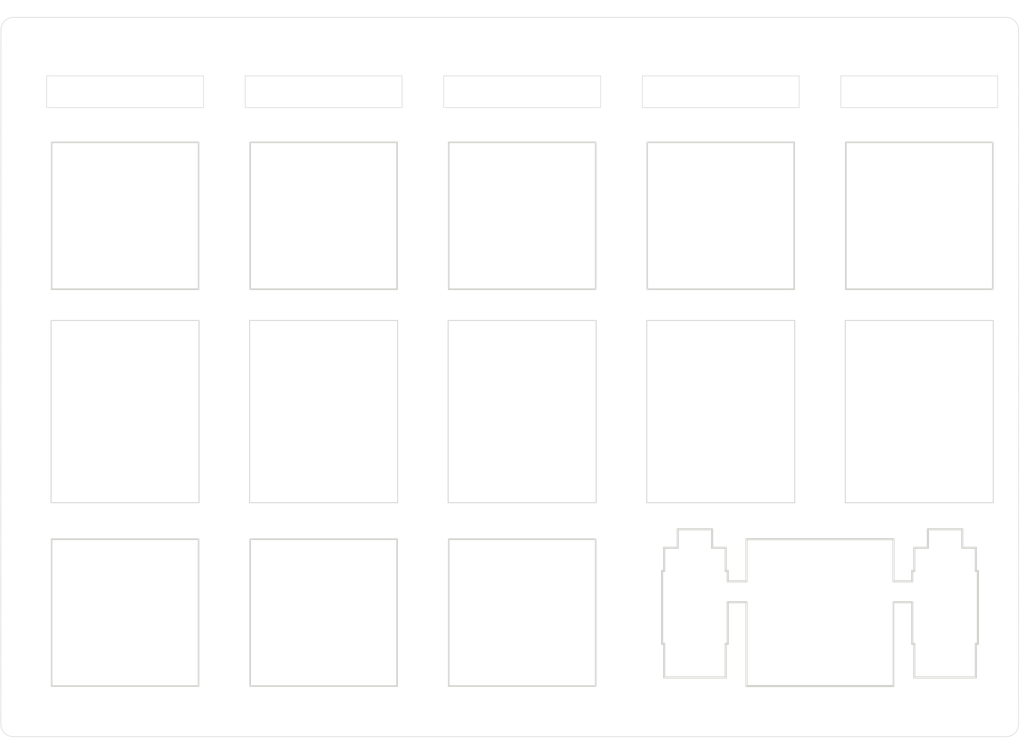
<source format=kicad_pcb>
(kicad_pcb (version 20240108) (generator "pcbnew") (generator_version "8.0")
  (layers (0 "F.Cu" signal) (31 "B.Cu" signal) (34 "B.Paste" user) (35 "F.Paste" user) (36 "B.SilkS" user "B.Silkscreen") (37 "F.SilkS" user "F.Silkscreen") (38 "B.Mask" user) (39 "F.Mask" user) (44 "Edge.Cuts" user))
  (net 0 "")
  (footprint "kbd_Hole:m2_Screw_Hole" (layer "F.Cu") (at 45.24375 47.625)
    (property "Reference" "Ref**")
    (property "Value" "Val**")
    (pad "" np_thru_hole circle (at 0 0) (size 2.2 2.2) (drill 2.2) (layers "*.Cu" "*.Mask"))
  )
  (footprint "BrownSugar_KBD:RotaryEncoder_EC11-Hole" (layer "F.Cu") (at 92.8687 83.3438 180)
    (property "Reference" "REF**")
    (property "Value" "RotaryEncoder_EC11-Hole")
    (fp_line (start 7.1 9) (end -7.1 9) (stroke (width 0.08)) (layer "Edge.Cuts"))
    (fp_line (start 7.1 -8.5) (end 7.1 9) (stroke (width 0.08)) (layer "Edge.Cuts"))
    (fp_line (start -7.1 9) (end -7.1 -8.5) (stroke (width 0.08)) (layer "Edge.Cuts"))
    (fp_line (start -7.1 -8.5) (end 7.1 -8.5) (stroke (width 0.08)) (layer "Edge.Cuts"))
  )
  (footprint "Rikkodo_FootPrint:rkd_KeyHall_3x15" (layer "F.Cu") (at 130.9688 52.3875)
    (property "Reference" "LED5" (hide yes))
    (property "Value" "LED_SK6812MINI-E" (hide yes))
    (fp_line (start -7.525 1.525) (end -7.525 -1.525) (stroke (width 0.05)) (layer "Edge.Cuts"))
    (fp_line (start 7.525 -1.525) (end -7.525 -1.525) (stroke (width 0.05)) (layer "Edge.Cuts"))
    (fp_line (start 7.525 -1.525) (end 7.525 1.525) (stroke (width 0.05)) (layer "Edge.Cuts"))
    (fp_line (start 7.525 1.525) (end -7.525 1.525) (stroke (width 0.05)) (layer "Edge.Cuts"))
  )
  (footprint "kbd_SW_Hole:SW_Hole_1u" (layer "F.Cu") (at 73.8188 102.3937)
    (property "Reference" "SW6" (hide yes))
    (property "Value" "SW_Push" (hide yes))
    (fp_line (start -7.05 -7.05) (end 7.05 -7.05) (stroke (width 0.15)) (layer "Edge.Cuts"))
    (fp_line (start -7.05 7.05) (end -7.05 -7.05) (stroke (width 0.15)) (layer "Edge.Cuts"))
    (fp_line (start 7.05 -7.05) (end 7.05 7.05) (stroke (width 0.15)) (layer "Edge.Cuts"))
    (fp_line (start 7.05 7.05) (end -7.05 7.05) (stroke (width 0.15)) (layer "Edge.Cuts"))
  )
  (footprint "kbd_SW_Hole:SW_Hole_1u" (layer "F.Cu") (at 92.8688 102.3937)
    (property "Reference" "SW9" (hide yes))
    (property "Value" "SW_Push" (hide yes))
    (fp_line (start -7.05 -7.05) (end 7.05 -7.05) (stroke (width 0.15)) (layer "Edge.Cuts"))
    (fp_line (start -7.05 7.05) (end -7.05 -7.05) (stroke (width 0.15)) (layer "Edge.Cuts"))
    (fp_line (start 7.05 -7.05) (end 7.05 7.05) (stroke (width 0.15)) (layer "Edge.Cuts"))
    (fp_line (start 7.05 7.05) (end -7.05 7.05) (stroke (width 0.15)) (layer "Edge.Cuts"))
  )
  (footprint "Rikkodo_FootPrint:rkd_KeyHall_3x15" (layer "F.Cu") (at 54.7688 52.3874)
    (property "Reference" "LED1" (hide yes))
    (property "Value" "LED_SK6812MINI-E" (hide yes))
    (fp_line (start -7.525 1.525) (end -7.525 -1.525) (stroke (width 0.05)) (layer "Edge.Cuts"))
    (fp_line (start 7.525 -1.525) (end -7.525 -1.525) (stroke (width 0.05)) (layer "Edge.Cuts"))
    (fp_line (start 7.525 -1.525) (end 7.525 1.525) (stroke (width 0.05)) (layer "Edge.Cuts"))
    (fp_line (start 7.525 1.525) (end -7.525 1.525) (stroke (width 0.05)) (layer "Edge.Cuts"))
  )
  (footprint "Rikkodo_FootPrint:rkd_KeyHall_3x15" (layer "F.Cu") (at 92.8688 52.3874)
    (property "Reference" "LED3" (hide yes))
    (property "Value" "LED_SK6812MINI-E" (hide yes))
    (fp_line (start -7.525 1.525) (end -7.525 -1.525) (stroke (width 0.05)) (layer "Edge.Cuts"))
    (fp_line (start 7.525 -1.525) (end -7.525 -1.525) (stroke (width 0.05)) (layer "Edge.Cuts"))
    (fp_line (start 7.525 -1.525) (end 7.525 1.525) (stroke (width 0.05)) (layer "Edge.Cuts"))
    (fp_line (start 7.525 1.525) (end -7.525 1.525) (stroke (width 0.05)) (layer "Edge.Cuts"))
  )
  (footprint "BrownSugar_KBD:RotaryEncoder_EC11-Hole" (layer "F.Cu") (at 54.76875 83.34375 180)
    (property "Reference" "REF**")
    (property "Value" "RotaryEncoder_EC11-Hole")
    (fp_line (start 7.1 9) (end -7.1 9) (stroke (width 0.08)) (layer "Edge.Cuts"))
    (fp_line (start 7.1 -8.5) (end 7.1 9) (stroke (width 0.08)) (layer "Edge.Cuts"))
    (fp_line (start -7.1 9) (end -7.1 -8.5) (stroke (width 0.08)) (layer "Edge.Cuts"))
    (fp_line (start -7.1 -8.5) (end 7.1 -8.5) (stroke (width 0.08)) (layer "Edge.Cuts"))
  )
  (footprint "kbd_Hole:m2_Screw_Hole" (layer "F.Cu") (at 138.1125 111.91875)
    (property "Reference" "Ref**")
    (property "Value" "Val**")
    (pad "" np_thru_hole circle (at 0 0) (size 2.2 2.2) (drill 2.2) (layers "*.Cu" "*.Mask"))
  )
  (footprint "kbd_SW_Hole:SW_Hole_1u" (layer "F.Cu") (at 54.7688 102.3937)
    (property "Reference" "SW3" (hide yes))
    (property "Value" "SW_Push" (hide yes))
    (fp_line (start -7.05 -7.05) (end 7.05 -7.05) (stroke (width 0.15)) (layer "Edge.Cuts"))
    (fp_line (start -7.05 7.05) (end -7.05 -7.05) (stroke (width 0.15)) (layer "Edge.Cuts"))
    (fp_line (start 7.05 -7.05) (end 7.05 7.05) (stroke (width 0.15)) (layer "Edge.Cuts"))
    (fp_line (start 7.05 7.05) (end -7.05 7.05) (stroke (width 0.15)) (layer "Edge.Cuts"))
  )
  (footprint "kbd_Hole:m2_Screw_Hole" (layer "F.Cu") (at 45.24375 111.91875)
    (property "Reference" "Ref**")
    (property "Value" "Val**")
    (pad "" np_thru_hole circle (at 0 0) (size 2.2 2.2) (drill 2.2) (layers "*.Cu" "*.Mask"))
  )
  (footprint "BrownSugar_KBD:RotaryEncoder_EC11-Hole" (layer "F.Cu") (at 73.8187 83.3438 180)
    (property "Reference" "REF**")
    (property "Value" "RotaryEncoder_EC11-Hole")
    (fp_line (start 7.1 9) (end -7.1 9) (stroke (width 0.08)) (layer "Edge.Cuts"))
    (fp_line (start 7.1 -8.5) (end 7.1 9) (stroke (width 0.08)) (layer "Edge.Cuts"))
    (fp_line (start -7.1 9) (end -7.1 -8.5) (stroke (width 0.08)) (layer "Edge.Cuts"))
    (fp_line (start -7.1 -8.5) (end 7.1 -8.5) (stroke (width 0.08)) (layer "Edge.Cuts"))
  )
  (footprint "BrownSugar_KBD:RotaryEncoder_EC11-Hole" (layer "F.Cu") (at 130.9687 83.3438 180)
    (property "Reference" "REF**")
    (property "Value" "RotaryEncoder_EC11-Hole")
    (fp_line (start 7.1 9) (end -7.1 9) (stroke (width 0.08)) (layer "Edge.Cuts"))
    (fp_line (start 7.1 -8.5) (end 7.1 9) (stroke (width 0.08)) (layer "Edge.Cuts"))
    (fp_line (start -7.1 9) (end -7.1 -8.5) (stroke (width 0.08)) (layer "Edge.Cuts"))
    (fp_line (start -7.1 -8.5) (end 7.1 -8.5) (stroke (width 0.08)) (layer "Edge.Cuts"))
  )
  (footprint "kbd_SW_Hole:SW_Hole_1u" (layer "F.Cu") (at 92.8688 64.2937)
    (property "Reference" "SW7" (hide yes))
    (property "Value" "SW_Push" (hide yes))
    (fp_line (start -7.05 -7.05) (end 7.05 -7.05) (stroke (width 0.15)) (layer "Edge.Cuts"))
    (fp_line (start -7.05 7.05) (end -7.05 -7.05) (stroke (width 0.15)) (layer "Edge.Cuts"))
    (fp_line (start 7.05 -7.05) (end 7.05 7.05) (stroke (width 0.15)) (layer "Edge.Cuts"))
    (fp_line (start 7.05 7.05) (end -7.05 7.05) (stroke (width 0.15)) (layer "Edge.Cuts"))
  )
  (footprint "kbd_Hole:m2_Screw_Hole" (layer "F.Cu") (at 138.1125 47.625)
    (property "Reference" "Ref**")
    (property "Value" "Val**")
    (pad "" np_thru_hole circle (at 0 0) (size 2.2 2.2) (drill 2.2) (layers "*.Cu" "*.Mask"))
  )
  (footprint "BrownSugar_KBD:RotaryEncoder_EC11-Hole" (layer "F.Cu") (at 111.91865 83.34385 180)
    (property "Reference" "REF**")
    (property "Value" "RotaryEncoder_EC11-Hole")
    (fp_line (start 7.1 9) (end -7.1 9) (stroke (width 0.08)) (layer "Edge.Cuts"))
    (fp_line (start 7.1 -8.5) (end 7.1 9) (stroke (width 0.08)) (layer "Edge.Cuts"))
    (fp_line (start -7.1 9) (end -7.1 -8.5) (stroke (width 0.08)) (layer "Edge.Cuts"))
    (fp_line (start -7.1 -8.5) (end 7.1 -8.5) (stroke (width 0.08)) (layer "Edge.Cuts"))
  )
  (footprint "kbd_SW_Hole:SW_Hole_1u" (layer "F.Cu") (at 130.9688 64.2937)
    (property "Reference" "SW13" (hide yes))
    (property "Value" "SW_Push" (hide yes))
    (fp_line (start -7.05 -7.05) (end 7.05 -7.05) (stroke (width 0.15)) (layer "Edge.Cuts"))
    (fp_line (start -7.05 7.05) (end -7.05 -7.05) (stroke (width 0.15)) (layer "Edge.Cuts"))
    (fp_line (start 7.05 -7.05) (end 7.05 7.05) (stroke (width 0.15)) (layer "Edge.Cuts"))
    (fp_line (start 7.05 7.05) (end -7.05 7.05) (stroke (width 0.15)) (layer "Edge.Cuts"))
  )
  (footprint "Rikkodo_FootPrint:rkd_KeyHall_3x15" (layer "F.Cu") (at 111.9188 52.3875)
    (property "Reference" "LED4" (hide yes))
    (property "Value" "LED_SK6812MINI-E" (hide yes))
    (fp_line (start -7.525 1.525) (end -7.525 -1.525) (stroke (width 0.05)) (layer "Edge.Cuts"))
    (fp_line (start 7.525 -1.525) (end -7.525 -1.525) (stroke (width 0.05)) (layer "Edge.Cuts"))
    (fp_line (start 7.525 -1.525) (end 7.525 1.525) (stroke (width 0.05)) (layer "Edge.Cuts"))
    (fp_line (start 7.525 1.525) (end -7.525 1.525) (stroke (width 0.05)) (layer "Edge.Cuts"))
  )
  (footprint "kbd_SW_Hole:SW_Hole_1u" (layer "F.Cu") (at 73.8188 64.2937)
    (property "Reference" "SW4" (hide yes))
    (property "Value" "SW_Push" (hide yes))
    (fp_line (start -7.05 -7.05) (end 7.05 -7.05) (stroke (width 0.15)) (layer "Edge.Cuts"))
    (fp_line (start -7.05 7.05) (end -7.05 -7.05) (stroke (width 0.15)) (layer "Edge.Cuts"))
    (fp_line (start 7.05 -7.05) (end 7.05 7.05) (stroke (width 0.15)) (layer "Edge.Cuts"))
    (fp_line (start 7.05 7.05) (end -7.05 7.05) (stroke (width 0.15)) (layer "Edge.Cuts"))
  )
  (footprint "kbd_SW_Hole:SW_Hole_1u" (layer "F.Cu") (at 111.9188 64.2937)
    (property "Reference" "SW10" (hide yes))
    (property "Value" "SW_Push" (hide yes))
    (fp_line (start -7.05 -7.05) (end 7.05 -7.05) (stroke (width 0.15)) (layer "Edge.Cuts"))
    (fp_line (start -7.05 7.05) (end -7.05 -7.05) (stroke (width 0.15)) (layer "Edge.Cuts"))
    (fp_line (start 7.05 -7.05) (end 7.05 7.05) (stroke (width 0.15)) (layer "Edge.Cuts"))
    (fp_line (start 7.05 7.05) (end -7.05 7.05) (stroke (width 0.15)) (layer "Edge.Cuts"))
  )
  (footprint "Rikkodo_FootPrint:rkd_KeyHall_3x15" (layer "F.Cu") (at 73.8188 52.3874)
    (property "Reference" "LED2" (hide yes))
    (property "Value" "LED_SK6812MINI-E" (hide yes))
    (fp_line (start -7.525 1.525) (end -7.525 -1.525) (stroke (width 0.05)) (layer "Edge.Cuts"))
    (fp_line (start 7.525 -1.525) (end -7.525 -1.525) (stroke (width 0.05)) (layer "Edge.Cuts"))
    (fp_line (start 7.525 -1.525) (end 7.525 1.525) (stroke (width 0.05)) (layer "Edge.Cuts"))
    (fp_line (start 7.525 1.525) (end -7.525 1.525) (stroke (width 0.05)) (layer "Edge.Cuts"))
  )
  (footprint "Rikkodo_FootPrint:rkd_GateronChoc_2u_Top_Hole_Stab" (layer "F.Cu") (at 121.44375 102.39375)
    (property "Reference" "SW1" (hide yes))
    (property "Value" "SW_PUSH" (hide yes))
    (fp_line (start -15.15 -4) (end -15.15 3) (stroke (width 0.2)) (layer "Edge.Cuts"))
    (fp_line (start -14.95 -6.225) (end -14.95 -4) (stroke (width 0.2)) (layer "Edge.Cuts"))
    (fp_line (start -14.95 -6.225) (end -13.65 -6.225) (stroke (width 0.2)) (layer "Edge.Cuts"))
    (fp_line (start -14.95 -4) (end -15.15 -4) (stroke (width 0.2)) (layer "Edge.Cuts"))
    (fp_line (start -14.95 3) (end -15.15 3) (stroke (width 0.2)) (layer "Edge.Cuts"))
    (fp_line (start -14.95 3) (end -14.95 6.225) (stroke (width 0.2)) (layer "Edge.Cuts"))
    (fp_line (start -13.65 -8) (end -13.65 -6.225) (stroke (width 0.2)) (layer "Edge.Cuts"))
    (fp_line (start -13.65 -8) (end -10.35 -8) (stroke (width 0.2)) (layer "Edge.Cuts"))
    (fp_line (start -10.35 -8) (end -10.35 -6.225) (stroke (width 0.2)) (layer "Edge.Cuts"))
    (fp_line (start -10.35 -6.225) (end -9.05 -6.225) (stroke (width 0.2)) (layer "Edge.Cuts"))
    (fp_line (start -9.05 -6.225) (end -9.05 -4) (stroke (width 0.2)) (layer "Edge.Cuts"))
    (fp_line (start -9.05 -4) (end -8.85 -4) (stroke (width 0.2)) (layer "Edge.Cuts"))
    (fp_line (start -9.05 3) (end -9.05 6.225) (stroke (width 0.2)) (layer "Edge.Cuts"))
    (fp_line (start -9.05 3) (end -8.85 3) (stroke (width 0.2)) (layer "Edge.Cuts"))
    (fp_line (start -9.05 6.225) (end -14.95 6.225) (stroke (width 0.2)) (layer "Edge.Cuts"))
    (fp_line (start -8.85 -4) (end -8.85 -3) (stroke (width 0.2)) (layer "Edge.Cuts"))
    (fp_line (start -8.85 -3) (end -7.05 -3) (stroke (width 0.2)) (layer "Edge.Cuts"))
    (fp_line (start -8.85 -1) (end -8.85 3) (stroke (width 0.2)) (layer "Edge.Cuts"))
    (fp_line (start -8.85 -1) (end -7.05 -1) (stroke (width 0.2)) (layer "Edge.Cuts"))
    (fp_line (start -7.05 -7.05) (end 7.05 -7.05) (stroke (width 0.2)) (layer "Edge.Cuts"))
    (fp_line (start -7.05 -3) (end -7.05 -7.05) (stroke (width 0.2)) (layer "Edge.Cuts"))
    (fp_line (start -7.05 7.05) (end -7.05 -1) (stroke (width 0.2)) (layer "Edge.Cuts"))
    (fp_line (start 7.05 -3) (end 7.05 -7.05) (stroke (width 0.2)) (layer "Edge.Cuts"))
    (fp_line (start 7.05 -3) (end 8.85 -3) (stroke (width 0.2)) (layer "Edge.Cuts"))
    (fp_line (start 7.05 -1) (end 7.05 7.05) (stroke (width 0.15)) (layer "Edge.Cuts"))
    (fp_line (start 7.05 -1) (end 8.85 -1) (stroke (width 0.2)) (layer "Edge.Cuts"))
    (fp_line (start 7.05 7.05) (end -7.05 7.05) (stroke (width 0.2)) (layer "Edge.Cuts"))
    (fp_line (start 8.85 -4) (end 9.05 -4) (stroke (width 0.2)) (layer "Edge.Cuts"))
    (fp_line (start 8.85 -3) (end 8.85 -4) (stroke (width 0.2)) (layer "Edge.Cuts"))
    (fp_line (start 8.85 -1) (end 8.85 3) (stroke (width 0.2)) (layer "Edge.Cuts"))
    (fp_line (start 9.05 -6.225) (end 9.05 -4) (stroke (width 0.2)) (layer "Edge.Cuts"))
    (fp_line (start 9.05 -6.225) (end 10.35 -6.225) (stroke (width 0.2)) (layer "Edge.Cuts"))
    (fp_line (start 9.05 3) (end 8.85 3) (stroke (width 0.2)) (layer "Edge.Cuts"))
    (fp_line (start 9.05 3) (end 9.05 6.225) (stroke (width 0.2)) (layer "Edge.Cuts"))
    (fp_line (start 10.35 -8) (end 10.35 -6.225) (stroke (width 0.2)) (layer "Edge.Cuts"))
    (fp_line (start 10.35 -8) (end 13.65 -8) (stroke (width 0.2)) (layer "Edge.Cuts"))
    (fp_line (start 13.65 -8) (end 13.65 -6.225) (stroke (width 0.2)) (layer "Edge.Cuts"))
    (fp_line (start 13.65 -6.225) (end 14.95 -6.225) (stroke (width 0.2)) (layer "Edge.Cuts"))
    (fp_line (start 14.95 -6.225) (end 14.95 -4) (stroke (width 0.2)) (layer "Edge.Cuts"))
    (fp_line (start 14.95 -4) (end 15.15 -4) (stroke (width 0.2)) (layer "Edge.Cuts"))
    (fp_line (start 14.95 3) (end 14.95 6.225) (stroke (width 0.2)) (layer "Edge.Cuts"))
    (fp_line (start 14.95 6.225) (end 9.05 6.225) (stroke (width 0.2)) (layer "Edge.Cuts"))
    (fp_line (start 15.15 -4) (end 15.15 3) (stroke (width 0.2)) (layer "Edge.Cuts"))
    (fp_line (start 15.15 3) (end 14.95 3) (stroke (width 0.2)) (layer "Edge.Cuts"))
  )
  (footprint "kbd_SW_Hole:SW_Hole_1u" (layer "F.Cu") (at 54.7687 64.2937)
    (property "Reference" "SW1" (hide yes))
    (property "Value" "SW_Push" (hide yes))
    (fp_line (start -7.05 -7.05) (end 7.05 -7.05) (stroke (width 0.15)) (layer "Edge.Cuts"))
    (fp_line (start -7.05 7.05) (end -7.05 -7.05) (stroke (width 0.15)) (layer "Edge.Cuts"))
    (fp_line (start 7.05 -7.05) (end 7.05 7.05) (stroke (width 0.15)) (layer "Edge.Cuts"))
    (fp_line (start 7.05 7.05) (end -7.05 7.05) (stroke (width 0.15)) (layer "Edge.Cuts"))
  )
  (gr_line (start 42.862525 46.43435) (end 42.853125 113.1094) (stroke (width 0.05)) (layer "Edge.Cuts"))
  (gr_arc (start 42.862525 46.43435) (mid 43.211254 45.592494) (end 44.053125 45.24375) (stroke (width 0.05)) (layer "Edge.Cuts"))
  (gr_arc (start 140.49375 113.1094) (mid 140.145015 113.951283) (end 139.303125 114.300025) (stroke (width 0.05)) (layer "Edge.Cuts"))
  (gr_line (start 140.503125 46.434375) (end 140.49375 113.1094) (stroke (width 0.05)) (layer "Edge.Cuts"))
  (gr_line (start 44.04375 114.300025) (end 139.303125 114.300025) (stroke (width 0.05)) (layer "Edge.Cuts"))
  (gr_arc (start 44.04375 114.300025) (mid 43.201874 113.951283) (end 42.853125 113.1094) (stroke (width 0.05)) (layer "Edge.Cuts"))
  (gr_arc (start 139.303125 45.243775) (mid 140.145015 45.592503) (end 140.49375 46.4344) (stroke (width 0.05)) (layer "Edge.Cuts"))
  (gr_line (start 44.053125 45.24375) (end 139.303125 45.243775) (stroke (width 0.05)) (layer "Edge.Cuts"))
)
</source>
